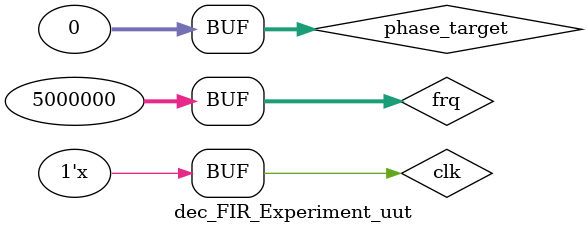
<source format=v>
`timescale 1ns / 1ps

module dec_FIR_Experiment_uut;

	// Inputs
	reg clk;
//   reg aclk;
	reg [31:0] frq;
   
  // for sin_source
   reg frq_valid;
   reg [31:0] phase_target;
   

	// Outputs
	wire out_valid, m_axis_data_tvalid;
	wire [15:0] out, cos_out;
   wire [15:0] m_axis_data_tdata;
   wire s_axis_data_tready;
	
	// Instantiate the Unit Under Test (UUT)
   
//   DDS_Array instance_name (
//    .clk(clk), 
//    .frq(frq), 
//    .sin_com_out(out),
//    .cos_com_out(cos_out),
//    .val(out_valid)
//    );
   
   dec_FIR dec_FIR (
      .aclk(clk), // input aclk
      .s_axis_data_tvalid(out_valid), // input s_axis_data_tvalid
      .s_axis_data_tready(s_axis_data_tready), // output s_axis_data_tready
      .s_axis_data_tdata(out), // input [15 : 0] s_axis_data_tdata
      .m_axis_data_tvalid(m_axis_data_tvalid), // output m_axis_data_tvalid
      .m_axis_data_tdata(m_axis_data_tdata) // output [15 : 0] m_axis_data_tdata
   );

   sin_source uut (
      .clk(clk), 
      .frq_valid(frq_valid), 
      .phase_offset(phase_target), 
      .frq(frq), 
      .out_valid(out_valid), 
      .out(out)
   );
   
//	always begin
//		#2.5 aclk <= ~aclk;
//  end
   
   always begin
      #2.5 clk = ~clk;
	end

	initial begin
		// Initialize Inputs
		clk = 0;
//      aclk = 1;
		frq = 32'd5000000;
      phase_target = 32'd0;

		// Wait 100 ns for global reset to finish
		#200;
        
		// Add stimulus here

	end
      
endmodule

</source>
